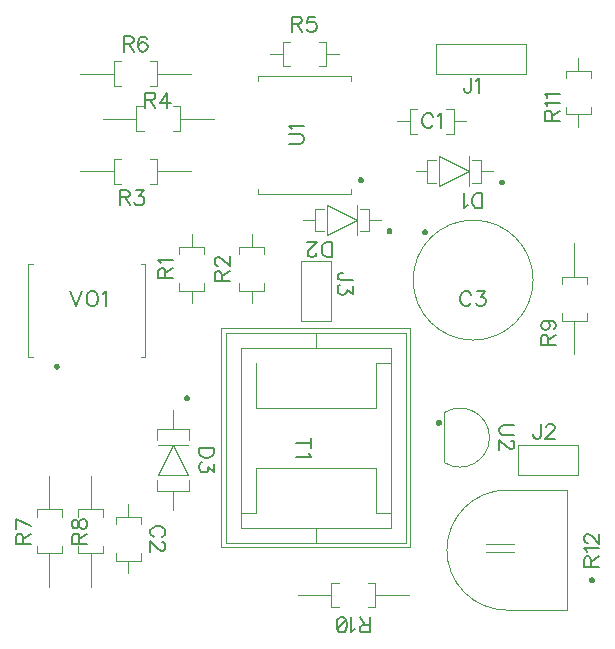
<source format=gbr>
G04 DipTrace 5.0.0.1*
G04 KocTopSilk.gbr*
%MOIN*%
G04 #@! TF.FileFunction,Legend,Top*
G04 #@! TF.Part,Single*
%ADD10C,0.004724*%
%ADD56C,0.00772*%
%FSLAX26Y26*%
G04*
G70*
G90*
G75*
G01*
G04 TopSilk*
%LPD*%
X-635925Y444982D2*
G54D10*
X-660335D1*
Y362304D1*
X-635925D1*
X-539075Y444982D2*
X-514665D1*
Y362304D1*
X-539075D1*
X-702461Y403643D2*
X-660335D1*
X-514665D2*
X-472539D1*
X-1558661Y-939075D2*
Y-914665D1*
X-1641339D1*
Y-939075D1*
X-1558661Y-1035925D2*
Y-1060335D1*
X-1641339D1*
Y-1035925D1*
X-1600000Y-872539D2*
Y-914665D1*
Y-1060335D2*
Y-1102461D1*
X-650000Y-125000D2*
G02X-650000Y-125000I200000J0D01*
G01*
G36*
X-619843Y35000D2*
X-619758Y36285D1*
X-619507Y37547D1*
X-619093Y38767D1*
X-618524Y39921D1*
X-617809Y40992D1*
X-616960Y41960D1*
X-615992Y42809D1*
X-614921Y43524D1*
X-613767Y44093D1*
X-612547Y44507D1*
X-611285Y44758D1*
X-610000Y44843D1*
X-608715Y44758D1*
X-607453Y44507D1*
X-606233Y44093D1*
X-605079Y43524D1*
X-604008Y42809D1*
X-603040Y41960D1*
X-602191Y40992D1*
X-601476Y39921D1*
X-600907Y38767D1*
X-600493Y37547D1*
X-600242Y36285D1*
X-600157Y35000D1*
D1*
X-600242Y33715D1*
X-600493Y32453D1*
X-600907Y31233D1*
X-601476Y30079D1*
X-602191Y29008D1*
X-603040Y28040D1*
X-604008Y27191D1*
X-605079Y26476D1*
X-606233Y25907D1*
X-607453Y25493D1*
X-608715Y25242D1*
X-610000Y25157D1*
X-611285Y25242D1*
X-612547Y25493D1*
X-613767Y25907D1*
X-614921Y26476D1*
X-615992Y27191D1*
X-616960Y28040D1*
X-617809Y29008D1*
X-618524Y30079D1*
X-619093Y31233D1*
X-619507Y32453D1*
X-619758Y33715D1*
X-619843Y35000D1*
D1*
G37*
X-452657Y199903D2*
G54D10*
X-422735Y199904D1*
X-422737Y275100D1*
X-452658D1*
X-572342Y199900D2*
X-602263D1*
X-602265Y275096D1*
X-572343Y275097D1*
X-382972Y237503D2*
X-422736Y237502D1*
X-602264Y237498D2*
X-642028Y237497D1*
G36*
X-343995Y200496D2*
X-344079Y199211D1*
X-344331Y197948D1*
X-344744Y196729D1*
X-345314Y195575D1*
X-346029Y194504D1*
X-346878Y193536D1*
X-347846Y192687D1*
X-348916Y191972D1*
X-350071Y191402D1*
X-351290Y190989D1*
X-352553Y190737D1*
X-353838Y190653D1*
X-355122Y190737D1*
X-356385Y190988D1*
X-357604Y191402D1*
X-358759Y191972D1*
X-359829Y192687D1*
X-360797Y193536D1*
X-361646Y194504D1*
X-362362Y195574D1*
X-362931Y196729D1*
X-363345Y197948D1*
X-363596Y199211D1*
X-363680Y200495D1*
D1*
X-363596Y201780D1*
X-363345Y203043D1*
X-362931Y204262D1*
X-362362Y205417D1*
X-361646Y206487D1*
X-360798Y207455D1*
X-359830Y208304D1*
X-358759Y209019D1*
X-357605Y209589D1*
X-356385Y210003D1*
X-355123Y210254D1*
X-353838Y210338D1*
X-352553Y210254D1*
X-351291Y210003D1*
X-350071Y209589D1*
X-348917Y209020D1*
X-347846Y208304D1*
X-346878Y207455D1*
X-346029Y206488D1*
X-345314Y205417D1*
X-344745Y204262D1*
X-344331Y203043D1*
X-344079Y201781D1*
X-343995Y200496D1*
D1*
G37*
X-562499Y187499D2*
G54D10*
X-562501Y287499D1*
X-462500Y237501D1*
X-562499Y187499D1*
X-462499Y187501D2*
X-462501Y287501D1*
X-827657Y37402D2*
X-797736D1*
Y112598D1*
X-827657D1*
X-947343Y37402D2*
X-977264D1*
Y112598D1*
X-947343D1*
X-757972Y75000D2*
X-797736D1*
X-977264D2*
X-1017028D1*
G36*
X-718996Y37992D2*
X-719080Y36707D1*
X-719331Y35445D1*
X-719745Y34226D1*
X-720315Y33071D1*
X-721030Y32000D1*
X-721879Y31032D1*
X-722847Y30184D1*
X-723917Y29468D1*
X-725072Y28899D1*
X-726291Y28485D1*
X-727554Y28234D1*
X-728839Y28150D1*
X-730123Y28234D1*
X-731386Y28485D1*
X-732605Y28899D1*
X-733760Y29468D1*
X-734830Y30184D1*
X-735798Y31032D1*
X-736647Y32000D1*
X-737362Y33071D1*
X-737932Y34226D1*
X-738346Y35445D1*
X-738597Y36707D1*
X-738681Y37992D1*
D1*
X-738597Y39277D1*
X-738346Y40540D1*
X-737932Y41759D1*
X-737362Y42913D1*
X-736647Y43984D1*
X-735798Y44952D1*
X-734830Y45801D1*
X-733760Y46516D1*
X-732605Y47085D1*
X-731386Y47499D1*
X-730123Y47750D1*
X-728839Y47835D1*
X-727554Y47750D1*
X-726291Y47499D1*
X-725072Y47085D1*
X-723917Y46516D1*
X-722847Y45801D1*
X-721879Y44952D1*
X-721030Y43984D1*
X-720315Y42913D1*
X-719745Y41759D1*
X-719331Y40540D1*
X-719080Y39277D1*
X-718996Y37992D1*
D1*
G37*
X-937500Y25000D2*
G54D10*
Y125000D1*
X-837500Y75000D1*
X-937500Y25000D1*
X-837500Y75000D2*
Y125000D1*
Y75000D2*
Y25000D1*
X-1396852Y-656888D2*
X-1396853Y-622636D1*
X-1503152Y-622639D1*
X-1503151Y-656891D1*
X-1396849Y-793109D2*
X-1396848Y-827361D1*
X-1503147Y-827364D1*
X-1503148Y-793112D1*
X-1450004Y-556890D2*
X-1450003Y-622638D1*
X-1449997Y-827362D2*
X-1449996Y-893110D1*
G36*
X-1403943Y-508857D2*
X-1402658Y-508941D1*
X-1401395Y-509192D1*
X-1400176Y-509606D1*
X-1399021Y-510176D1*
X-1397951Y-510891D1*
X-1396983Y-511740D1*
X-1396134Y-512708D1*
X-1395419Y-513778D1*
X-1394849Y-514933D1*
X-1394435Y-516152D1*
X-1394184Y-517415D1*
X-1394100Y-518699D1*
X-1394184Y-519984D1*
X-1394435Y-521247D1*
X-1394849Y-522466D1*
X-1395418Y-523621D1*
X-1396134Y-524691D1*
X-1396982Y-525659D1*
X-1397950Y-526508D1*
X-1399021Y-527223D1*
X-1400176Y-527793D1*
X-1401395Y-528207D1*
X-1402657Y-528458D1*
X-1403942Y-528542D1*
D1*
X-1405227Y-528458D1*
X-1406489Y-528207D1*
X-1407709Y-527793D1*
X-1408863Y-527224D1*
X-1409934Y-526508D1*
X-1410902Y-525659D1*
X-1411751Y-524692D1*
X-1412466Y-523621D1*
X-1413036Y-522466D1*
X-1413449Y-521247D1*
X-1413701Y-519985D1*
X-1413785Y-518700D1*
X-1413701Y-517415D1*
X-1413450Y-516152D1*
X-1413036Y-514933D1*
X-1412466Y-513779D1*
X-1411751Y-512708D1*
X-1410902Y-511740D1*
X-1409934Y-510891D1*
X-1408864Y-510176D1*
X-1407709Y-509606D1*
X-1406490Y-509193D1*
X-1405227Y-508941D1*
X-1403943Y-508857D1*
D1*
G37*
X-1400001Y-674999D2*
G54D10*
X-1500001Y-675001D1*
X-1450001Y-675000D2*
X-1399999Y-774999D1*
X-1499999Y-775001D2*
X-1399999Y-774999D1*
X-1499999Y-775001D2*
X-1450001Y-675000D1*
X-274999Y562504D2*
X-275001Y662504D1*
X-574999Y562496D2*
X-274999Y562504D1*
X-574999Y562496D2*
X-575001Y662496D1*
X-275001Y662504D1*
X-300002Y-675004D2*
X-299998Y-775004D1*
X-100002Y-674996D2*
X-300002Y-675004D1*
X-100002Y-674996D2*
X-99998Y-774996D1*
X-299998Y-775004D1*
X-1025000Y-262500D2*
X-925000D1*
X-1025000Y-62500D2*
Y-262500D1*
Y-62500D2*
X-925000D1*
Y-262500D1*
X-1428839Y-135925D2*
Y-160335D1*
X-1346161D1*
Y-135925D1*
X-1428839Y-39075D2*
Y-14665D1*
X-1346161D1*
Y-39075D1*
X-1387500Y-202461D2*
Y-160335D1*
Y-14665D2*
Y27461D1*
X-1228839Y-135925D2*
Y-160335D1*
X-1146161D1*
Y-135925D1*
X-1228839Y-39075D2*
Y-14665D1*
X-1146161D1*
Y-39075D1*
X-1187500Y-202461D2*
Y-160335D1*
Y-14665D2*
Y27461D1*
X-1623426Y278837D2*
X-1647836Y278836D1*
X-1647833Y196159D1*
X-1623424Y196160D1*
X-1526576Y278840D2*
X-1502167Y278841D1*
X-1502164Y196164D1*
X-1526574Y196163D1*
X-1760000Y237495D2*
X-1647835Y237498D1*
X-1502165Y237502D2*
X-1390000Y237505D1*
X-1548431Y453832D2*
X-1572841Y453828D1*
X-1572829Y371151D1*
X-1548419Y371154D1*
X-1451581Y453846D2*
X-1427171Y453849D1*
X-1427159Y371172D1*
X-1451569Y371168D1*
X-1685000Y412473D2*
X-1572835Y412490D1*
X-1427165Y412510D2*
X-1315000Y412527D1*
X-1060927Y669978D2*
X-1085336Y669977D1*
X-1085333Y587300D1*
X-1060923Y587301D1*
X-964077Y669982D2*
X-939667Y669984D1*
X-939664Y587306D1*
X-964073Y587305D1*
X-1127461Y628637D2*
X-1085335Y628639D1*
X-939665Y628645D2*
X-897539Y628647D1*
X-1623429Y603834D2*
X-1647838Y603832D1*
X-1647831Y521155D1*
X-1623422Y521157D1*
X-1526578Y603843D2*
X-1502169Y603845D1*
X-1502162Y521168D1*
X-1526571Y521166D1*
X-1760000Y562484D2*
X-1647835Y562494D1*
X-1502165Y562506D2*
X-1390000Y562516D1*
X-1903838Y-1010926D2*
X-1903837Y-1035335D1*
X-1821160Y-1035334D1*
X-1821161Y-1010924D1*
X-1903839Y-914076D2*
X-1903840Y-889666D1*
X-1821163Y-889665D1*
X-1821162Y-914074D1*
X-1862497Y-1147500D2*
X-1862499Y-1035335D1*
X-1862501Y-889665D2*
X-1862503Y-777500D1*
X-1766338Y-1010926D2*
X-1766337Y-1035335D1*
X-1683660Y-1035334D1*
X-1683661Y-1010924D1*
X-1766339Y-914076D2*
X-1766340Y-889666D1*
X-1683663Y-889665D1*
X-1683662Y-914074D1*
X-1724997Y-1147500D2*
X-1724999Y-1035335D1*
X-1725001Y-889665D2*
X-1725003Y-777500D1*
X-153839Y-235925D2*
Y-260335D1*
X-71161D1*
Y-235925D1*
X-153839Y-139075D2*
Y-114665D1*
X-71161D1*
Y-139075D1*
X-112500Y-372500D2*
Y-260335D1*
Y-114665D2*
Y-2500D1*
X-801575Y-1216339D2*
X-777165D1*
Y-1133661D1*
X-801575D1*
X-898425Y-1216339D2*
X-922835D1*
Y-1133661D1*
X-898425D1*
X-665000Y-1175000D2*
X-777165D1*
X-922835D2*
X-1035000D1*
X-141340Y451576D2*
Y427166D1*
X-58663Y427164D1*
Y451574D1*
X-141337Y548426D2*
Y572836D1*
X-58660Y572834D1*
Y548424D1*
X-100003Y385039D2*
X-100002Y427165D1*
X-99998Y572835D2*
X-99997Y614961D1*
X-337498Y-1225000D2*
X-137499D1*
X-406789Y-1031269D2*
X-312301Y-1031260D1*
X-406789Y-1005739D2*
X-312301Y-1005748D1*
X-337498Y-1225000D2*
G02X-337498Y-825000I-1J200000D01*
G01*
G36*
X-54428Y-1134843D2*
X-55713Y-1134758D1*
X-56976Y-1134507D1*
X-58195Y-1134093D1*
X-59350Y-1133524D1*
X-60420Y-1132809D1*
X-61388Y-1131960D1*
X-62237Y-1130992D1*
X-62952Y-1129921D1*
X-63522Y-1128767D1*
X-63936Y-1127547D1*
X-64187Y-1126285D1*
X-64271Y-1125000D1*
X-64187Y-1123715D1*
X-63936Y-1122453D1*
X-63522Y-1121233D1*
X-62952Y-1120079D1*
X-62237Y-1119008D1*
X-61388Y-1118040D1*
X-60420Y-1117191D1*
X-59350Y-1116476D1*
X-58195Y-1115907D1*
X-56976Y-1115493D1*
X-55713Y-1115242D1*
X-54428Y-1115157D1*
D1*
X-53144Y-1115242D1*
X-51881Y-1115493D1*
X-50662Y-1115907D1*
X-49507Y-1116476D1*
X-48437Y-1117191D1*
X-47469Y-1118040D1*
X-46620Y-1119008D1*
X-45905Y-1120079D1*
X-45335Y-1121233D1*
X-44921Y-1122453D1*
X-44670Y-1123715D1*
X-44586Y-1125000D1*
X-44670Y-1126285D1*
X-44921Y-1127547D1*
X-45335Y-1128767D1*
X-45905Y-1129921D1*
X-46620Y-1130992D1*
X-47469Y-1131960D1*
X-48437Y-1132809D1*
X-49507Y-1133524D1*
X-50662Y-1134093D1*
X-51881Y-1134507D1*
X-53144Y-1134758D1*
X-54428Y-1134843D1*
D1*
G37*
X-137499Y-1225000D2*
G54D10*
Y-1175000D1*
Y-825000D1*
X-337498D2*
X-137499D1*
X-660007Y-285995D2*
X-1290007D1*
Y-1013995D1*
X-660007D1*
Y-285995D1*
X-675007Y-299995D2*
X-975007D1*
Y-349995D2*
Y-299995D1*
Y-349995D2*
X-725007D1*
Y-599995D1*
X-1225007D2*
Y-699995D1*
X-725007D2*
Y-949995D1*
X-975007D1*
Y-999995D1*
X-675007D1*
Y-299995D1*
X-975007D2*
X-1275007D1*
Y-999995D1*
X-975007D1*
Y-949995D2*
X-1225007D1*
Y-699995D2*
Y-949995D1*
X-975007Y-349995D2*
X-1225007D1*
Y-599995D1*
X-725007Y-399995D2*
X-775007D1*
Y-549995D1*
X-1175007D1*
Y-399995D1*
Y-749995D2*
X-775007D1*
Y-899995D1*
X-725007D1*
X-1175007Y-749995D2*
Y-899995D1*
X-1225007D1*
X-725007Y-599995D2*
Y-699995D1*
X-1167418Y177460D2*
Y163287D1*
X-857575Y163293D1*
Y177466D1*
X-1167425Y539665D2*
Y553838D1*
X-857582Y553844D1*
Y539671D1*
G36*
X-823914Y198727D2*
X-825199Y198811D1*
X-826462Y199062D1*
X-827681Y199476D1*
X-828836Y200045D1*
X-829906Y200760D1*
X-830874Y201609D1*
X-831723Y202577D1*
X-832438Y203648D1*
X-833008Y204802D1*
X-833422Y206021D1*
X-833673Y207284D1*
X-833757Y208569D1*
X-833673Y209854D1*
X-833422Y211116D1*
X-833008Y212335D1*
X-832439Y213490D1*
X-831723Y214561D1*
X-830874Y215529D1*
X-829906Y216378D1*
X-828836Y217093D1*
X-827681Y217662D1*
X-826462Y218076D1*
X-825199Y218327D1*
X-823915Y218412D1*
D1*
X-822630Y218327D1*
X-821367Y218076D1*
X-820148Y217662D1*
X-818993Y217093D1*
X-817923Y216378D1*
X-816955Y215529D1*
X-816106Y214561D1*
X-815391Y213490D1*
X-814821Y212336D1*
X-814407Y211117D1*
X-814156Y209854D1*
X-814072Y208569D1*
X-814156Y207285D1*
X-814407Y206022D1*
X-814821Y204803D1*
X-815391Y203648D1*
X-816106Y202577D1*
X-816955Y201609D1*
X-817923Y200761D1*
X-818993Y200045D1*
X-820148Y199476D1*
X-821367Y199062D1*
X-822630Y198811D1*
X-823914Y198727D1*
D1*
G37*
X-546909Y-567161D2*
G54D10*
G02X-546905Y-732843I53152J-82840D01*
G01*
X-546909Y-567161D2*
X-546905Y-732843D1*
G36*
X-563837Y-590947D2*
X-562553Y-591031D1*
X-561290Y-591282D1*
X-560071Y-591696D1*
X-558916Y-592266D1*
X-557846Y-592981D1*
X-556878Y-593830D1*
X-556029Y-594798D1*
X-555313Y-595868D1*
X-554744Y-597023D1*
X-554330Y-598242D1*
X-554079Y-599505D1*
X-553995Y-600789D1*
X-554079Y-602074D1*
X-554330Y-603337D1*
X-554744Y-604556D1*
X-555313Y-605711D1*
X-556028Y-606781D1*
X-556877Y-607749D1*
X-557845Y-608598D1*
X-558916Y-609313D1*
X-560070Y-609883D1*
X-561290Y-610297D1*
X-562552Y-610548D1*
X-563837Y-610632D1*
D1*
X-565122Y-610548D1*
X-566384Y-610297D1*
X-567604Y-609883D1*
X-568758Y-609314D1*
X-569829Y-608598D1*
X-570797Y-607749D1*
X-571646Y-606782D1*
X-572361Y-605711D1*
X-572930Y-604556D1*
X-573344Y-603337D1*
X-573596Y-602075D1*
X-573680Y-600790D1*
X-573596Y-599505D1*
X-573344Y-598242D1*
X-572931Y-597023D1*
X-572361Y-595869D1*
X-571646Y-594798D1*
X-570797Y-593830D1*
X-569829Y-592981D1*
X-568759Y-592266D1*
X-567604Y-591696D1*
X-566385Y-591282D1*
X-565122Y-591031D1*
X-563837Y-590947D1*
D1*
G37*
X-1918602Y-70079D2*
G54D10*
X-1932776D1*
Y-379921D1*
X-1918602D1*
X-1556398Y-70079D2*
X-1542224D1*
Y-379921D1*
X-1556398D1*
G36*
X-1847343Y-413583D2*
X-1847258Y-412298D1*
X-1847007Y-411035D1*
X-1846593Y-409816D1*
X-1846024Y-408661D1*
X-1845309Y-407591D1*
X-1844460Y-406623D1*
X-1843492Y-405774D1*
X-1842421Y-405059D1*
X-1841267Y-404489D1*
X-1840047Y-404076D1*
X-1838785Y-403824D1*
X-1837500Y-403740D1*
X-1836215Y-403824D1*
X-1834953Y-404076D1*
X-1833733Y-404489D1*
X-1832579Y-405059D1*
X-1831508Y-405774D1*
X-1830540Y-406623D1*
X-1829691Y-407591D1*
X-1828976Y-408661D1*
X-1828407Y-409816D1*
X-1827993Y-411035D1*
X-1827742Y-412298D1*
X-1827657Y-413583D1*
D1*
X-1827742Y-414867D1*
X-1827993Y-416130D1*
X-1828407Y-417349D1*
X-1828976Y-418504D1*
X-1829691Y-419574D1*
X-1830540Y-420542D1*
X-1831508Y-421391D1*
X-1832579Y-422107D1*
X-1833733Y-422676D1*
X-1834953Y-423090D1*
X-1836215Y-423341D1*
X-1837500Y-423425D1*
X-1838785Y-423341D1*
X-1840047Y-423090D1*
X-1841267Y-422676D1*
X-1842421Y-422107D1*
X-1843492Y-421391D1*
X-1844460Y-420542D1*
X-1845309Y-419574D1*
X-1846024Y-418504D1*
X-1846593Y-417349D1*
X-1847007Y-416130D1*
X-1847258Y-414867D1*
X-1847343Y-413583D1*
D1*
G37*
X-583281Y419837D2*
G54D56*
X-585658Y424590D1*
X-590466Y429399D1*
X-595220Y431775D1*
X-604781D1*
X-609590Y429399D1*
X-614343Y424590D1*
X-616775Y419837D1*
X-619151Y412652D1*
Y400658D1*
X-616775Y393529D1*
X-614343Y388720D1*
X-609590Y383967D1*
X-604781Y381535D1*
X-595220D1*
X-590466Y383967D1*
X-585658Y388720D1*
X-583281Y393529D1*
X-567842Y422158D2*
X-563034Y424590D1*
X-555849Y431720D1*
Y381535D1*
X-1487534Y-980969D2*
X-1482781Y-978592D1*
X-1477972Y-973784D1*
X-1475596Y-969030D1*
Y-959469D1*
X-1477972Y-954660D1*
X-1482781Y-949907D1*
X-1487534Y-947475D1*
X-1494719Y-945099D1*
X-1506713D1*
X-1513842Y-947475D1*
X-1518651Y-949907D1*
X-1523404Y-954660D1*
X-1525836Y-959469D1*
Y-969030D1*
X-1523404Y-973784D1*
X-1518651Y-978592D1*
X-1513842Y-980969D1*
X-1487589Y-998840D2*
X-1485213D1*
X-1480404Y-1001216D1*
X-1478028Y-1003593D1*
X-1475651Y-1008401D1*
Y-1017963D1*
X-1478028Y-1022716D1*
X-1480404Y-1025093D1*
X-1485213Y-1027525D1*
X-1489966D1*
X-1494774Y-1025093D1*
X-1501904Y-1020340D1*
X-1525836Y-996408D1*
Y-1029901D1*
X-456531Y-173715D2*
X-458908Y-168962D1*
X-463716Y-164154D1*
X-468470Y-161777D1*
X-478031D1*
X-482840Y-164154D1*
X-487593Y-168962D1*
X-490025Y-173715D1*
X-492401Y-180900D1*
Y-192894D1*
X-490025Y-200023D1*
X-487593Y-204832D1*
X-482840Y-209585D1*
X-478031Y-212017D1*
X-468470D1*
X-463716Y-209585D1*
X-458908Y-204832D1*
X-456531Y-200023D1*
X-436284Y-161832D2*
X-410031D1*
X-424345Y-180955D1*
X-417160D1*
X-412407Y-183332D1*
X-410031Y-185709D1*
X-407599Y-192894D1*
Y-197647D1*
X-410031Y-204832D1*
X-414784Y-209640D1*
X-421969Y-212017D1*
X-429154D1*
X-436284Y-209640D1*
X-438660Y-207208D1*
X-441092Y-202455D1*
X-419536Y114278D2*
X-419537Y164518D1*
X-436284Y164517D1*
X-443469Y162085D1*
X-448277Y157332D1*
X-450654Y152523D1*
X-453030Y145394D1*
Y133400D1*
X-450653Y126215D1*
X-448277Y121462D1*
X-443468Y116654D1*
X-436283Y114277D1*
X-419536Y114278D1*
X-468469Y123893D2*
X-473278Y121461D1*
X-480462Y114332D1*
X-480464Y164516D1*
X-921287Y-48223D2*
Y2017D1*
X-938034D1*
X-945219Y-415D1*
X-950027Y-5168D1*
X-952404Y-9977D1*
X-954780Y-17106D1*
Y-29100D1*
X-952404Y-36285D1*
X-950027Y-41038D1*
X-945219Y-45846D1*
X-938034Y-48223D1*
X-921287D1*
X-972651Y-36230D2*
Y-38606D1*
X-975028Y-43415D1*
X-977405Y-45791D1*
X-982213Y-48168D1*
X-991775D1*
X-996528Y-45791D1*
X-998905Y-43415D1*
X-1001336Y-38606D1*
Y-33853D1*
X-998905Y-29045D1*
X-994151Y-21915D1*
X-970220Y2017D1*
X-1003713D1*
X-1313786Y-683784D2*
X-1364026Y-683785D1*
X-1364025Y-700531D1*
X-1361593Y-707716D1*
X-1356840Y-712525D1*
X-1352032Y-714901D1*
X-1344902Y-717278D1*
X-1332908Y-717277D1*
X-1325723Y-714901D1*
X-1320970Y-712524D1*
X-1316162Y-707715D1*
X-1313785Y-700530D1*
X-1313786Y-683784D1*
X-1313840Y-737525D2*
X-1313839Y-763778D1*
X-1332963Y-749463D1*
Y-756648D1*
X-1335339Y-761402D1*
X-1337716Y-763778D1*
X-1344900Y-766210D1*
X-1349654D1*
X-1356839Y-763779D1*
X-1361647Y-759026D1*
X-1364024Y-751841D1*
Y-744656D1*
X-1361648Y-737526D1*
X-1359216Y-735149D1*
X-1354463Y-732717D1*
X-456532Y548223D2*
X-456531Y509977D1*
X-458907Y502791D1*
X-461339Y500415D1*
X-466092Y497983D1*
X-470900D1*
X-475654Y500414D1*
X-478030Y502791D1*
X-480462Y509976D1*
X-480463Y514729D1*
X-441092Y538607D2*
X-436284Y541039D1*
X-429099Y548169D1*
X-429098Y497984D1*
X-224998Y-604459D2*
X-224997Y-642706D1*
X-227373Y-649891D1*
X-229805Y-652267D1*
X-234558Y-654700D1*
X-239366D1*
X-244119Y-652268D1*
X-246496Y-649891D1*
X-248928Y-642707D1*
Y-637953D1*
X-207126Y-616452D2*
X-207127Y-614075D1*
X-204750Y-609267D1*
X-202374Y-606890D1*
X-197565Y-604513D1*
X-188004D1*
X-183250Y-606889D1*
X-180874Y-609266D1*
X-178442Y-614074D1*
X-178441Y-618828D1*
X-180873Y-623636D1*
X-185626Y-630766D1*
X-209557Y-654699D1*
X-176064Y-654697D1*
X-851777Y-125000D2*
X-890023D1*
X-897208Y-122623D1*
X-899585Y-120191D1*
X-902017Y-115438D1*
Y-110629D1*
X-899585Y-105876D1*
X-897208Y-103500D1*
X-890023Y-101068D1*
X-885270D1*
X-851832Y-145247D2*
Y-171500D1*
X-870955Y-157185D1*
Y-164371D1*
X-873332Y-169124D1*
X-875709Y-171500D1*
X-882894Y-173932D1*
X-887647D1*
X-894832Y-171500D1*
X-899640Y-166747D1*
X-902017Y-159562D1*
Y-152377D1*
X-899640Y-145247D1*
X-897208Y-142871D1*
X-892455Y-140439D1*
X-1475472Y-117963D2*
Y-96463D1*
X-1477904Y-89278D1*
X-1480281Y-86846D1*
X-1485034Y-84470D1*
X-1489843D1*
X-1494596Y-86846D1*
X-1497028Y-89278D1*
X-1499404Y-96463D1*
Y-117963D1*
X-1449164D1*
X-1475472Y-101216D2*
X-1449164Y-84470D1*
X-1489787Y-69030D2*
X-1492219Y-64222D1*
X-1499349Y-57037D1*
X-1449164D1*
X-1287972Y-128713D2*
Y-107213D1*
X-1290404Y-100028D1*
X-1292781Y-97596D1*
X-1297534Y-95220D1*
X-1302343D1*
X-1307096Y-97596D1*
X-1309528Y-100028D1*
X-1311904Y-107213D1*
Y-128713D1*
X-1261664D1*
X-1287972Y-111966D2*
X-1261664Y-95220D1*
X-1299911Y-77349D2*
X-1302287D1*
X-1307096Y-74972D1*
X-1309472Y-72595D1*
X-1311849Y-67787D1*
Y-58225D1*
X-1309472Y-53472D1*
X-1307096Y-51095D1*
X-1302287Y-48664D1*
X-1297534D1*
X-1292726Y-51095D1*
X-1285596Y-55849D1*
X-1261664Y-79780D1*
Y-46287D1*
X-1628716Y150471D2*
X-1607216Y150472D1*
X-1600031Y152904D1*
X-1597599Y155281D1*
X-1595223Y160034D1*
Y164842D1*
X-1597600Y169595D1*
X-1600032Y172027D1*
X-1607217Y174404D1*
X-1628717Y174403D1*
X-1628715Y124163D1*
X-1611969Y150472D2*
X-1595222Y124164D1*
X-1574976Y174349D2*
X-1548723Y174350D1*
X-1563037Y155226D1*
X-1555852Y155227D1*
X-1551099Y152850D1*
X-1548722Y150474D1*
X-1546290Y143289D1*
Y138535D1*
X-1548721Y131350D1*
X-1553474Y126542D1*
X-1560659Y124165D1*
X-1567844D1*
X-1574974Y126541D1*
X-1577351Y128973D1*
X-1579783Y133726D1*
X-1542402Y475466D2*
X-1520902Y475469D1*
X-1513717Y477902D1*
X-1511286Y480279D1*
X-1508910Y485033D1*
X-1508911Y489841D1*
X-1511288Y494594D1*
X-1513720Y497026D1*
X-1520905Y499401D1*
X-1542405Y499398D1*
X-1542398Y449158D1*
X-1525655Y475469D2*
X-1508905Y449163D1*
X-1469534Y449169D2*
X-1469541Y499353D1*
X-1493468Y465912D1*
X-1457598Y465917D1*
X-1053717Y729112D2*
X-1032218Y729113D1*
X-1025033Y731546D1*
X-1022601Y733922D1*
X-1020224Y738675D1*
X-1020225Y743484D1*
X-1022601Y748237D1*
X-1025033Y750669D1*
X-1032219Y753045D1*
X-1053718Y753044D1*
X-1053716Y702804D1*
X-1036971Y729113D2*
X-1020223Y702806D1*
X-976101Y752992D2*
X-999977Y752991D1*
X-1002353Y731491D1*
X-999977Y733868D1*
X-992792Y736300D1*
X-985662D1*
X-978477Y733869D1*
X-973668Y729116D1*
X-971291Y721931D1*
Y717178D1*
X-973667Y709993D1*
X-978475Y705184D1*
X-985660Y702807D1*
X-992790D1*
X-999975Y705183D1*
X-1002352Y707615D1*
X-1004784Y712368D1*
X-1615006Y662969D2*
X-1593506Y662971D1*
X-1586321Y665403D1*
X-1583890Y667780D1*
X-1581513Y672534D1*
X-1581514Y677342D1*
X-1583891Y682095D1*
X-1586323Y684527D1*
X-1593508Y686903D1*
X-1615008Y686901D1*
X-1615004Y636661D1*
X-1598259Y662970D2*
X-1581510Y636664D1*
X-1537390Y679722D2*
X-1539767Y684475D1*
X-1546952Y686851D1*
X-1551705D1*
X-1558890Y684474D1*
X-1563698Y677288D1*
X-1566074Y665350D1*
X-1566072Y653412D1*
X-1563695Y643850D1*
X-1558886Y639042D1*
X-1551701Y636666D1*
X-1549324D1*
X-1542195Y639044D1*
X-1537387Y643853D1*
X-1535011Y651038D1*
Y653414D1*
X-1537388Y660599D1*
X-1542197Y665352D1*
X-1549327Y667728D1*
X-1551704D1*
X-1558888Y665350D1*
X-1563697Y660597D1*
X-1566072Y653412D1*
X-1950472Y-1003715D2*
Y-982215D1*
X-1952904Y-975030D1*
X-1955281Y-972598D1*
X-1960034Y-970222D1*
X-1964842D1*
X-1969596Y-972598D1*
X-1972027Y-975030D1*
X-1974404Y-982215D1*
X-1974403Y-1003715D1*
X-1924163Y-1003714D1*
X-1950472Y-986968D2*
X-1924164Y-970221D1*
Y-945220D2*
X-1974350Y-921289D1*
X-1974349Y-954783D1*
X-1762972Y-1003687D2*
Y-982187D1*
X-1765404Y-975002D1*
X-1767781Y-972571D1*
X-1772534Y-970194D1*
X-1777342D1*
X-1782096Y-972571D1*
X-1784527Y-975003D1*
X-1786904Y-982188D1*
X-1786903Y-1003688D1*
X-1736663Y-1003687D1*
X-1762972Y-986941D2*
X-1736664Y-970193D1*
X-1786849Y-942817D2*
X-1784473Y-949947D1*
X-1779719Y-952378D1*
X-1774911D1*
X-1770158Y-949946D1*
X-1767726Y-945193D1*
X-1765350Y-935631D1*
X-1762973Y-928446D1*
X-1758165Y-923693D1*
X-1753412Y-921316D1*
X-1746227D1*
X-1741473Y-923693D1*
X-1739041Y-926069D1*
X-1736665Y-933254D1*
Y-942816D1*
X-1739041Y-949946D1*
X-1741473Y-952378D1*
X-1746226Y-954754D1*
X-1753411D1*
X-1758164Y-952378D1*
X-1762973Y-947570D1*
X-1765349Y-940440D1*
X-1767726Y-930878D1*
X-1770158Y-926070D1*
X-1774911Y-923693D1*
X-1779720D1*
X-1784473Y-926070D1*
X-1786849Y-933255D1*
Y-942817D1*
X-200472Y-340025D2*
Y-318525D1*
X-202904Y-311340D1*
X-205281Y-308908D1*
X-210034Y-306531D1*
X-214843D1*
X-219596Y-308908D1*
X-222028Y-311340D1*
X-224404Y-318525D1*
Y-340025D1*
X-174164D1*
X-200472Y-323278D2*
X-174164Y-306531D1*
X-207658Y-259975D2*
X-200472Y-262407D1*
X-195664Y-267160D1*
X-193287Y-274345D1*
Y-276722D1*
X-195664Y-283907D1*
X-200472Y-288660D1*
X-207658Y-291092D1*
X-210034D1*
X-217219Y-288660D1*
X-221972Y-283907D1*
X-224349Y-276722D1*
Y-274345D1*
X-221972Y-267160D1*
X-217219Y-262407D1*
X-207658Y-259975D1*
X-195664D1*
X-183726Y-262407D1*
X-176541Y-267160D1*
X-174164Y-274345D1*
Y-279099D1*
X-176541Y-286284D1*
X-181349Y-288660D1*
X-795071Y-1275472D2*
X-816571D1*
X-823756Y-1277904D1*
X-826187Y-1280281D1*
X-828564Y-1285034D1*
Y-1289843D1*
X-826187Y-1294596D1*
X-823756Y-1297028D1*
X-816571Y-1299404D1*
X-795071D1*
Y-1249164D1*
X-811817Y-1275472D2*
X-828564Y-1249164D1*
X-844003Y-1289787D2*
X-848812Y-1292219D1*
X-855997Y-1299349D1*
Y-1249164D1*
X-885806Y-1299349D2*
X-878621Y-1296972D1*
X-873813Y-1289787D1*
X-871436Y-1277849D1*
Y-1270664D1*
X-873813Y-1258726D1*
X-878621Y-1251541D1*
X-885806Y-1249164D1*
X-890559D1*
X-897744Y-1251541D1*
X-902497Y-1258726D1*
X-904929Y-1270664D1*
Y-1277849D1*
X-902497Y-1289787D1*
X-897744Y-1296972D1*
X-890559Y-1299349D1*
X-885806D1*
X-902497Y-1289787D2*
X-873813Y-1258726D1*
X-187973Y405823D2*
Y427323D1*
X-190405Y434508D1*
X-192781Y436940D1*
X-197534Y439316D1*
X-202343Y439317D1*
X-207096Y436940D1*
X-209528Y434508D1*
X-211905Y427323D1*
Y405823D1*
X-161665Y405822D1*
X-187973Y422570D2*
X-161664Y439316D1*
X-202287Y454756D2*
X-204719Y459564D1*
X-211849Y466750D1*
X-161664Y466748D1*
X-202287Y482189D2*
X-204718Y486997D1*
X-211848Y494182D1*
X-161663Y494181D1*
X-56789Y-1079929D2*
Y-1058429D1*
X-59221Y-1051244D1*
X-61598Y-1048813D1*
X-66351Y-1046436D1*
X-71159D1*
X-75913Y-1048813D1*
X-78345Y-1051244D1*
X-80721Y-1058429D1*
Y-1079929D1*
X-30481D1*
X-56789Y-1063183D2*
X-30481Y-1046436D1*
X-71104Y-1030997D2*
X-73536Y-1026188D1*
X-80666Y-1019003D1*
X-30481D1*
X-68728Y-1001132D2*
X-71104D1*
X-75913Y-998756D1*
X-78289Y-996379D1*
X-80666Y-991571D1*
Y-982009D1*
X-78289Y-977256D1*
X-75913Y-974879D1*
X-71104Y-972447D1*
X-66351D1*
X-61543Y-974879D1*
X-54413Y-979632D1*
X-30481Y-1003564D1*
Y-970071D1*
X-988909Y-669341D2*
X-1039149D1*
X-988909Y-652595D2*
Y-686088D1*
X-998526Y-701527D2*
X-996095Y-706336D1*
X-988965Y-713521D1*
X-1039149D1*
X-1063223Y328102D2*
X-1027353Y328103D1*
X-1020168Y330479D1*
X-1015415Y335288D1*
X-1012983Y342473D1*
Y347226D1*
X-1015415Y354411D1*
X-1020168Y359220D1*
X-1027353Y361596D1*
X-1063223Y361595D1*
X-1053607Y377035D2*
X-1056038Y381843D1*
X-1063168Y389028D1*
X-1012984Y389029D1*
X-312267Y-608783D2*
X-348137Y-608784D1*
X-355322Y-611160D1*
X-360075Y-615969D1*
X-362507Y-623154D1*
Y-627907D1*
X-360075Y-635092D1*
X-355322Y-639901D1*
X-348137Y-642277D1*
X-312267Y-642276D1*
X-324260Y-660147D2*
X-321883D1*
X-317075Y-662524D1*
X-314698Y-664900D1*
X-312321Y-669709D1*
Y-679270D1*
X-314697Y-684024D1*
X-317074Y-686400D1*
X-321882Y-688832D1*
X-326636D1*
X-331444Y-686401D1*
X-338574Y-681648D1*
X-362506Y-657717D1*
X-362505Y-691210D1*
X-1792261Y-161777D2*
X-1773138Y-212017D1*
X-1754015Y-161777D1*
X-1724205D2*
X-1729014Y-164154D1*
X-1733767Y-168962D1*
X-1736199Y-173715D1*
X-1738575Y-180900D1*
Y-192894D1*
X-1736199Y-200023D1*
X-1733767Y-204832D1*
X-1729014Y-209585D1*
X-1724205Y-212017D1*
X-1714644D1*
X-1709891Y-209585D1*
X-1705082Y-204832D1*
X-1702706Y-200023D1*
X-1700329Y-192894D1*
Y-180900D1*
X-1702706Y-173715D1*
X-1705082Y-168962D1*
X-1709891Y-164154D1*
X-1714644Y-161777D1*
X-1724205D1*
X-1684890Y-171394D2*
X-1680081Y-168962D1*
X-1672896Y-161832D1*
Y-212017D1*
M02*

</source>
